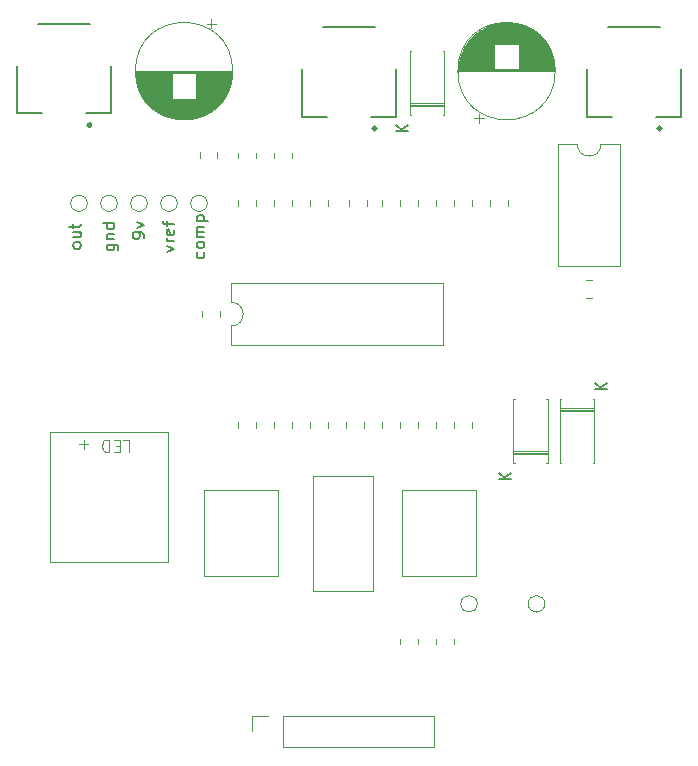
<source format=gbr>
%TF.GenerationSoftware,KiCad,Pcbnew,9.0.0*%
%TF.CreationDate,2025-03-31T20:13:35-04:00*%
%TF.ProjectId,compulator,636f6d70-756c-4617-946f-722e6b696361,rev?*%
%TF.SameCoordinates,Original*%
%TF.FileFunction,Legend,Top*%
%TF.FilePolarity,Positive*%
%FSLAX46Y46*%
G04 Gerber Fmt 4.6, Leading zero omitted, Abs format (unit mm)*
G04 Created by KiCad (PCBNEW 9.0.0) date 2025-03-31 20:13:35*
%MOMM*%
%LPD*%
G01*
G04 APERTURE LIST*
%ADD10C,0.150000*%
%ADD11C,0.100000*%
%ADD12C,0.120000*%
%ADD13C,0.127000*%
%ADD14C,0.300000*%
G04 APERTURE END LIST*
D10*
X222518819Y-90431904D02*
X221518819Y-90431904D01*
X222518819Y-89860476D02*
X221947390Y-90289047D01*
X221518819Y-89860476D02*
X222090247Y-90431904D01*
X185208152Y-78761904D02*
X185874819Y-78523809D01*
X185874819Y-78523809D02*
X185208152Y-78285714D01*
X185874819Y-77904761D02*
X185208152Y-77904761D01*
X185398628Y-77904761D02*
X185303390Y-77857142D01*
X185303390Y-77857142D02*
X185255771Y-77809523D01*
X185255771Y-77809523D02*
X185208152Y-77714285D01*
X185208152Y-77714285D02*
X185208152Y-77619047D01*
X185827200Y-76904761D02*
X185874819Y-76999999D01*
X185874819Y-76999999D02*
X185874819Y-77190475D01*
X185874819Y-77190475D02*
X185827200Y-77285713D01*
X185827200Y-77285713D02*
X185731961Y-77333332D01*
X185731961Y-77333332D02*
X185351009Y-77333332D01*
X185351009Y-77333332D02*
X185255771Y-77285713D01*
X185255771Y-77285713D02*
X185208152Y-77190475D01*
X185208152Y-77190475D02*
X185208152Y-76999999D01*
X185208152Y-76999999D02*
X185255771Y-76904761D01*
X185255771Y-76904761D02*
X185351009Y-76857142D01*
X185351009Y-76857142D02*
X185446247Y-76857142D01*
X185446247Y-76857142D02*
X185541485Y-77333332D01*
X185208152Y-76571427D02*
X185208152Y-76190475D01*
X185874819Y-76428570D02*
X185017676Y-76428570D01*
X185017676Y-76428570D02*
X184922438Y-76380951D01*
X184922438Y-76380951D02*
X184874819Y-76285713D01*
X184874819Y-76285713D02*
X184874819Y-76190475D01*
X180128152Y-78190476D02*
X180937676Y-78190476D01*
X180937676Y-78190476D02*
X181032914Y-78238095D01*
X181032914Y-78238095D02*
X181080533Y-78285714D01*
X181080533Y-78285714D02*
X181128152Y-78380952D01*
X181128152Y-78380952D02*
X181128152Y-78523809D01*
X181128152Y-78523809D02*
X181080533Y-78619047D01*
X180747200Y-78190476D02*
X180794819Y-78285714D01*
X180794819Y-78285714D02*
X180794819Y-78476190D01*
X180794819Y-78476190D02*
X180747200Y-78571428D01*
X180747200Y-78571428D02*
X180699580Y-78619047D01*
X180699580Y-78619047D02*
X180604342Y-78666666D01*
X180604342Y-78666666D02*
X180318628Y-78666666D01*
X180318628Y-78666666D02*
X180223390Y-78619047D01*
X180223390Y-78619047D02*
X180175771Y-78571428D01*
X180175771Y-78571428D02*
X180128152Y-78476190D01*
X180128152Y-78476190D02*
X180128152Y-78285714D01*
X180128152Y-78285714D02*
X180175771Y-78190476D01*
X180128152Y-77714285D02*
X180794819Y-77714285D01*
X180223390Y-77714285D02*
X180175771Y-77666666D01*
X180175771Y-77666666D02*
X180128152Y-77571428D01*
X180128152Y-77571428D02*
X180128152Y-77428571D01*
X180128152Y-77428571D02*
X180175771Y-77333333D01*
X180175771Y-77333333D02*
X180271009Y-77285714D01*
X180271009Y-77285714D02*
X180794819Y-77285714D01*
X180794819Y-76380952D02*
X179794819Y-76380952D01*
X180747200Y-76380952D02*
X180794819Y-76476190D01*
X180794819Y-76476190D02*
X180794819Y-76666666D01*
X180794819Y-76666666D02*
X180747200Y-76761904D01*
X180747200Y-76761904D02*
X180699580Y-76809523D01*
X180699580Y-76809523D02*
X180604342Y-76857142D01*
X180604342Y-76857142D02*
X180318628Y-76857142D01*
X180318628Y-76857142D02*
X180223390Y-76809523D01*
X180223390Y-76809523D02*
X180175771Y-76761904D01*
X180175771Y-76761904D02*
X180128152Y-76666666D01*
X180128152Y-76666666D02*
X180128152Y-76476190D01*
X180128152Y-76476190D02*
X180175771Y-76380952D01*
X188367200Y-78833333D02*
X188414819Y-78928571D01*
X188414819Y-78928571D02*
X188414819Y-79119047D01*
X188414819Y-79119047D02*
X188367200Y-79214285D01*
X188367200Y-79214285D02*
X188319580Y-79261904D01*
X188319580Y-79261904D02*
X188224342Y-79309523D01*
X188224342Y-79309523D02*
X187938628Y-79309523D01*
X187938628Y-79309523D02*
X187843390Y-79261904D01*
X187843390Y-79261904D02*
X187795771Y-79214285D01*
X187795771Y-79214285D02*
X187748152Y-79119047D01*
X187748152Y-79119047D02*
X187748152Y-78928571D01*
X187748152Y-78928571D02*
X187795771Y-78833333D01*
X188414819Y-78261904D02*
X188367200Y-78357142D01*
X188367200Y-78357142D02*
X188319580Y-78404761D01*
X188319580Y-78404761D02*
X188224342Y-78452380D01*
X188224342Y-78452380D02*
X187938628Y-78452380D01*
X187938628Y-78452380D02*
X187843390Y-78404761D01*
X187843390Y-78404761D02*
X187795771Y-78357142D01*
X187795771Y-78357142D02*
X187748152Y-78261904D01*
X187748152Y-78261904D02*
X187748152Y-78119047D01*
X187748152Y-78119047D02*
X187795771Y-78023809D01*
X187795771Y-78023809D02*
X187843390Y-77976190D01*
X187843390Y-77976190D02*
X187938628Y-77928571D01*
X187938628Y-77928571D02*
X188224342Y-77928571D01*
X188224342Y-77928571D02*
X188319580Y-77976190D01*
X188319580Y-77976190D02*
X188367200Y-78023809D01*
X188367200Y-78023809D02*
X188414819Y-78119047D01*
X188414819Y-78119047D02*
X188414819Y-78261904D01*
X188414819Y-77499999D02*
X187748152Y-77499999D01*
X187843390Y-77499999D02*
X187795771Y-77452380D01*
X187795771Y-77452380D02*
X187748152Y-77357142D01*
X187748152Y-77357142D02*
X187748152Y-77214285D01*
X187748152Y-77214285D02*
X187795771Y-77119047D01*
X187795771Y-77119047D02*
X187891009Y-77071428D01*
X187891009Y-77071428D02*
X188414819Y-77071428D01*
X187891009Y-77071428D02*
X187795771Y-77023809D01*
X187795771Y-77023809D02*
X187748152Y-76928571D01*
X187748152Y-76928571D02*
X187748152Y-76785714D01*
X187748152Y-76785714D02*
X187795771Y-76690475D01*
X187795771Y-76690475D02*
X187891009Y-76642856D01*
X187891009Y-76642856D02*
X188414819Y-76642856D01*
X187748152Y-76166666D02*
X188748152Y-76166666D01*
X187795771Y-76166666D02*
X187748152Y-76071428D01*
X187748152Y-76071428D02*
X187748152Y-75880952D01*
X187748152Y-75880952D02*
X187795771Y-75785714D01*
X187795771Y-75785714D02*
X187843390Y-75738095D01*
X187843390Y-75738095D02*
X187938628Y-75690476D01*
X187938628Y-75690476D02*
X188224342Y-75690476D01*
X188224342Y-75690476D02*
X188319580Y-75738095D01*
X188319580Y-75738095D02*
X188367200Y-75785714D01*
X188367200Y-75785714D02*
X188414819Y-75880952D01*
X188414819Y-75880952D02*
X188414819Y-76071428D01*
X188414819Y-76071428D02*
X188367200Y-76166666D01*
D11*
X181559925Y-94695580D02*
X182036115Y-94695580D01*
X182036115Y-94695580D02*
X182036115Y-95695580D01*
X181226591Y-95219390D02*
X180893258Y-95219390D01*
X180750401Y-94695580D02*
X181226591Y-94695580D01*
X181226591Y-94695580D02*
X181226591Y-95695580D01*
X181226591Y-95695580D02*
X180750401Y-95695580D01*
X180321829Y-94695580D02*
X180321829Y-95695580D01*
X180321829Y-95695580D02*
X180083734Y-95695580D01*
X180083734Y-95695580D02*
X179940877Y-95647961D01*
X179940877Y-95647961D02*
X179845639Y-95552723D01*
X179845639Y-95552723D02*
X179798020Y-95457485D01*
X179798020Y-95457485D02*
X179750401Y-95267009D01*
X179750401Y-95267009D02*
X179750401Y-95124152D01*
X179750401Y-95124152D02*
X179798020Y-94933676D01*
X179798020Y-94933676D02*
X179845639Y-94838438D01*
X179845639Y-94838438D02*
X179940877Y-94743200D01*
X179940877Y-94743200D02*
X180083734Y-94695580D01*
X180083734Y-94695580D02*
X180321829Y-94695580D01*
X178559924Y-95076533D02*
X177798020Y-95076533D01*
X178178972Y-94695580D02*
X178178972Y-95457485D01*
D10*
X183334819Y-77571428D02*
X183334819Y-77380952D01*
X183334819Y-77380952D02*
X183287200Y-77285714D01*
X183287200Y-77285714D02*
X183239580Y-77238095D01*
X183239580Y-77238095D02*
X183096723Y-77142857D01*
X183096723Y-77142857D02*
X182906247Y-77095238D01*
X182906247Y-77095238D02*
X182525295Y-77095238D01*
X182525295Y-77095238D02*
X182430057Y-77142857D01*
X182430057Y-77142857D02*
X182382438Y-77190476D01*
X182382438Y-77190476D02*
X182334819Y-77285714D01*
X182334819Y-77285714D02*
X182334819Y-77476190D01*
X182334819Y-77476190D02*
X182382438Y-77571428D01*
X182382438Y-77571428D02*
X182430057Y-77619047D01*
X182430057Y-77619047D02*
X182525295Y-77666666D01*
X182525295Y-77666666D02*
X182763390Y-77666666D01*
X182763390Y-77666666D02*
X182858628Y-77619047D01*
X182858628Y-77619047D02*
X182906247Y-77571428D01*
X182906247Y-77571428D02*
X182953866Y-77476190D01*
X182953866Y-77476190D02*
X182953866Y-77285714D01*
X182953866Y-77285714D02*
X182906247Y-77190476D01*
X182906247Y-77190476D02*
X182858628Y-77142857D01*
X182858628Y-77142857D02*
X182763390Y-77095238D01*
X182668152Y-76761904D02*
X183334819Y-76523809D01*
X183334819Y-76523809D02*
X182668152Y-76285714D01*
X177954819Y-78309523D02*
X177907200Y-78404761D01*
X177907200Y-78404761D02*
X177859580Y-78452380D01*
X177859580Y-78452380D02*
X177764342Y-78499999D01*
X177764342Y-78499999D02*
X177478628Y-78499999D01*
X177478628Y-78499999D02*
X177383390Y-78452380D01*
X177383390Y-78452380D02*
X177335771Y-78404761D01*
X177335771Y-78404761D02*
X177288152Y-78309523D01*
X177288152Y-78309523D02*
X177288152Y-78166666D01*
X177288152Y-78166666D02*
X177335771Y-78071428D01*
X177335771Y-78071428D02*
X177383390Y-78023809D01*
X177383390Y-78023809D02*
X177478628Y-77976190D01*
X177478628Y-77976190D02*
X177764342Y-77976190D01*
X177764342Y-77976190D02*
X177859580Y-78023809D01*
X177859580Y-78023809D02*
X177907200Y-78071428D01*
X177907200Y-78071428D02*
X177954819Y-78166666D01*
X177954819Y-78166666D02*
X177954819Y-78309523D01*
X177288152Y-77119047D02*
X177954819Y-77119047D01*
X177288152Y-77547618D02*
X177811961Y-77547618D01*
X177811961Y-77547618D02*
X177907200Y-77499999D01*
X177907200Y-77499999D02*
X177954819Y-77404761D01*
X177954819Y-77404761D02*
X177954819Y-77261904D01*
X177954819Y-77261904D02*
X177907200Y-77166666D01*
X177907200Y-77166666D02*
X177859580Y-77119047D01*
X177288152Y-76785713D02*
X177288152Y-76404761D01*
X176954819Y-76642856D02*
X177811961Y-76642856D01*
X177811961Y-76642856D02*
X177907200Y-76595237D01*
X177907200Y-76595237D02*
X177954819Y-76499999D01*
X177954819Y-76499999D02*
X177954819Y-76404761D01*
X205618819Y-68587904D02*
X204618819Y-68587904D01*
X205618819Y-68016476D02*
X205047390Y-68445047D01*
X204618819Y-68016476D02*
X205190247Y-68587904D01*
X214378819Y-98051904D02*
X213378819Y-98051904D01*
X214378819Y-97480476D02*
X213807390Y-97909047D01*
X213378819Y-97480476D02*
X213950247Y-98051904D01*
D12*
%TO.C,P1*%
X197612000Y-97731000D02*
X197612000Y-107501000D01*
X202682000Y-97731000D02*
X197612000Y-97731000D01*
X202682000Y-97731000D02*
X202682000Y-107501000D01*
X202682000Y-107501000D02*
X197612000Y-107501000D01*
%TO.C,R15*%
X209577000Y-74428936D02*
X209577000Y-74883064D01*
X211047000Y-74428936D02*
X211047000Y-74883064D01*
%TO.C,R8*%
X200433000Y-93679064D02*
X200433000Y-93224936D01*
X201903000Y-93679064D02*
X201903000Y-93224936D01*
%TO.C,C4*%
X209915000Y-63400000D02*
X218075000Y-63400000D01*
X209915000Y-63440000D02*
X218075000Y-63440000D01*
X209915000Y-63480000D02*
X218075000Y-63480000D01*
X209916000Y-63360000D02*
X218074000Y-63360000D01*
X209918000Y-63320000D02*
X218072000Y-63320000D01*
X209919000Y-63280000D02*
X218071000Y-63280000D01*
X209921000Y-63240000D02*
X212955000Y-63240000D01*
X209924000Y-63200000D02*
X212955000Y-63200000D01*
X209927000Y-63160000D02*
X212955000Y-63160000D01*
X209930000Y-63120000D02*
X212955000Y-63120000D01*
X209934000Y-63080000D02*
X212955000Y-63080000D01*
X209938000Y-63040000D02*
X212955000Y-63040000D01*
X209943000Y-63000000D02*
X212955000Y-63000000D01*
X209947000Y-62960000D02*
X212955000Y-62960000D01*
X209953000Y-62920000D02*
X212955000Y-62920000D01*
X209958000Y-62880000D02*
X212955000Y-62880000D01*
X209965000Y-62840000D02*
X212955000Y-62840000D01*
X209971000Y-62800000D02*
X212955000Y-62800000D01*
X209978000Y-62759000D02*
X212955000Y-62759000D01*
X209985000Y-62719000D02*
X212955000Y-62719000D01*
X209993000Y-62679000D02*
X212955000Y-62679000D01*
X210001000Y-62639000D02*
X212955000Y-62639000D01*
X210010000Y-62599000D02*
X212955000Y-62599000D01*
X210019000Y-62559000D02*
X212955000Y-62559000D01*
X210028000Y-62519000D02*
X212955000Y-62519000D01*
X210038000Y-62479000D02*
X212955000Y-62479000D01*
X210048000Y-62439000D02*
X212955000Y-62439000D01*
X210059000Y-62399000D02*
X212955000Y-62399000D01*
X210070000Y-62359000D02*
X212955000Y-62359000D01*
X210081000Y-62319000D02*
X212955000Y-62319000D01*
X210093000Y-62279000D02*
X212955000Y-62279000D01*
X210106000Y-62239000D02*
X212955000Y-62239000D01*
X210118000Y-62199000D02*
X212955000Y-62199000D01*
X210132000Y-62159000D02*
X212955000Y-62159000D01*
X210145000Y-62119000D02*
X212955000Y-62119000D01*
X210160000Y-62079000D02*
X212955000Y-62079000D01*
X210174000Y-62039000D02*
X212955000Y-62039000D01*
X210190000Y-61999000D02*
X212955000Y-61999000D01*
X210205000Y-61959000D02*
X212955000Y-61959000D01*
X210221000Y-61919000D02*
X212955000Y-61919000D01*
X210238000Y-61879000D02*
X212955000Y-61879000D01*
X210255000Y-61839000D02*
X212955000Y-61839000D01*
X210273000Y-61799000D02*
X212955000Y-61799000D01*
X210291000Y-61759000D02*
X212955000Y-61759000D01*
X210309000Y-61719000D02*
X212955000Y-61719000D01*
X210329000Y-61679000D02*
X212955000Y-61679000D01*
X210348000Y-61639000D02*
X212955000Y-61639000D01*
X210368000Y-61599000D02*
X212955000Y-61599000D01*
X210389000Y-61559000D02*
X212955000Y-61559000D01*
X210411000Y-61519000D02*
X212955000Y-61519000D01*
X210433000Y-61479000D02*
X212955000Y-61479000D01*
X210455000Y-61439000D02*
X212955000Y-61439000D01*
X210478000Y-61399000D02*
X212955000Y-61399000D01*
X210502000Y-61359000D02*
X212955000Y-61359000D01*
X210526000Y-61319000D02*
X212955000Y-61319000D01*
X210551000Y-61279000D02*
X212955000Y-61279000D01*
X210577000Y-61239000D02*
X212955000Y-61239000D01*
X210603000Y-61199000D02*
X212955000Y-61199000D01*
X210630000Y-61159000D02*
X217360000Y-61159000D01*
X210657000Y-61119000D02*
X217333000Y-61119000D01*
X210686000Y-61079000D02*
X217304000Y-61079000D01*
X210715000Y-61039000D02*
X217275000Y-61039000D01*
X210745000Y-60999000D02*
X217245000Y-60999000D01*
X210775000Y-60959000D02*
X217215000Y-60959000D01*
X210806000Y-60919000D02*
X217184000Y-60919000D01*
X210839000Y-60879000D02*
X217151000Y-60879000D01*
X210871000Y-60839000D02*
X217119000Y-60839000D01*
X210905000Y-60799000D02*
X217085000Y-60799000D01*
X210940000Y-60759000D02*
X217050000Y-60759000D01*
X210976000Y-60719000D02*
X217014000Y-60719000D01*
X211012000Y-60679000D02*
X216978000Y-60679000D01*
X211050000Y-60639000D02*
X216940000Y-60639000D01*
X211088000Y-60599000D02*
X216902000Y-60599000D01*
X211128000Y-60559000D02*
X216862000Y-60559000D01*
X211169000Y-60519000D02*
X216821000Y-60519000D01*
X211211000Y-60479000D02*
X216779000Y-60479000D01*
X211254000Y-60439000D02*
X216736000Y-60439000D01*
X211280000Y-67489698D02*
X212080000Y-67489698D01*
X211298000Y-60399000D02*
X216692000Y-60399000D01*
X211344000Y-60359000D02*
X216646000Y-60359000D01*
X211391000Y-60319000D02*
X216599000Y-60319000D01*
X211439000Y-60279000D02*
X216551000Y-60279000D01*
X211490000Y-60239000D02*
X216500000Y-60239000D01*
X211541000Y-60199000D02*
X216449000Y-60199000D01*
X211595000Y-60159000D02*
X216395000Y-60159000D01*
X211650000Y-60119000D02*
X216340000Y-60119000D01*
X211680000Y-67889698D02*
X211680000Y-67089698D01*
X211708000Y-60079000D02*
X216282000Y-60079000D01*
X211767000Y-60039000D02*
X216223000Y-60039000D01*
X211829000Y-59999000D02*
X216161000Y-59999000D01*
X211893000Y-59959000D02*
X216097000Y-59959000D01*
X211961000Y-59919000D02*
X216029000Y-59919000D01*
X212031000Y-59879000D02*
X215959000Y-59879000D01*
X212105000Y-59839000D02*
X215885000Y-59839000D01*
X212182000Y-59799000D02*
X215808000Y-59799000D01*
X212264000Y-59759000D02*
X215726000Y-59759000D01*
X212350000Y-59719000D02*
X215640000Y-59719000D01*
X212443000Y-59679000D02*
X215547000Y-59679000D01*
X212542000Y-59639000D02*
X215448000Y-59639000D01*
X212649000Y-59599000D02*
X215341000Y-59599000D01*
X212766000Y-59559000D02*
X215224000Y-59559000D01*
X212897000Y-59519000D02*
X215093000Y-59519000D01*
X213047000Y-59479000D02*
X214943000Y-59479000D01*
X213227000Y-59439000D02*
X214763000Y-59439000D01*
X213462000Y-59399000D02*
X214528000Y-59399000D01*
X215035000Y-61199000D02*
X217387000Y-61199000D01*
X215035000Y-61239000D02*
X217413000Y-61239000D01*
X215035000Y-61279000D02*
X217439000Y-61279000D01*
X215035000Y-61319000D02*
X217464000Y-61319000D01*
X215035000Y-61359000D02*
X217488000Y-61359000D01*
X215035000Y-61399000D02*
X217512000Y-61399000D01*
X215035000Y-61439000D02*
X217535000Y-61439000D01*
X215035000Y-61479000D02*
X217557000Y-61479000D01*
X215035000Y-61519000D02*
X217579000Y-61519000D01*
X215035000Y-61559000D02*
X217601000Y-61559000D01*
X215035000Y-61599000D02*
X217622000Y-61599000D01*
X215035000Y-61639000D02*
X217642000Y-61639000D01*
X215035000Y-61679000D02*
X217661000Y-61679000D01*
X215035000Y-61719000D02*
X217681000Y-61719000D01*
X215035000Y-61759000D02*
X217699000Y-61759000D01*
X215035000Y-61799000D02*
X217717000Y-61799000D01*
X215035000Y-61839000D02*
X217735000Y-61839000D01*
X215035000Y-61879000D02*
X217752000Y-61879000D01*
X215035000Y-61919000D02*
X217769000Y-61919000D01*
X215035000Y-61959000D02*
X217785000Y-61959000D01*
X215035000Y-61999000D02*
X217800000Y-61999000D01*
X215035000Y-62039000D02*
X217816000Y-62039000D01*
X215035000Y-62079000D02*
X217830000Y-62079000D01*
X215035000Y-62119000D02*
X217845000Y-62119000D01*
X215035000Y-62159000D02*
X217858000Y-62159000D01*
X215035000Y-62199000D02*
X217872000Y-62199000D01*
X215035000Y-62239000D02*
X217884000Y-62239000D01*
X215035000Y-62279000D02*
X217897000Y-62279000D01*
X215035000Y-62319000D02*
X217909000Y-62319000D01*
X215035000Y-62359000D02*
X217920000Y-62359000D01*
X215035000Y-62399000D02*
X217931000Y-62399000D01*
X215035000Y-62439000D02*
X217942000Y-62439000D01*
X215035000Y-62479000D02*
X217952000Y-62479000D01*
X215035000Y-62519000D02*
X217962000Y-62519000D01*
X215035000Y-62559000D02*
X217971000Y-62559000D01*
X215035000Y-62599000D02*
X217980000Y-62599000D01*
X215035000Y-62639000D02*
X217989000Y-62639000D01*
X215035000Y-62679000D02*
X217997000Y-62679000D01*
X215035000Y-62719000D02*
X218005000Y-62719000D01*
X215035000Y-62759000D02*
X218012000Y-62759000D01*
X215035000Y-62800000D02*
X218019000Y-62800000D01*
X215035000Y-62840000D02*
X218025000Y-62840000D01*
X215035000Y-62880000D02*
X218032000Y-62880000D01*
X215035000Y-62920000D02*
X218037000Y-62920000D01*
X215035000Y-62960000D02*
X218043000Y-62960000D01*
X215035000Y-63000000D02*
X218047000Y-63000000D01*
X215035000Y-63040000D02*
X218052000Y-63040000D01*
X215035000Y-63080000D02*
X218056000Y-63080000D01*
X215035000Y-63120000D02*
X218060000Y-63120000D01*
X215035000Y-63160000D02*
X218063000Y-63160000D01*
X215035000Y-63200000D02*
X218066000Y-63200000D01*
X215035000Y-63240000D02*
X218069000Y-63240000D01*
X218115000Y-63480000D02*
G75*
G02*
X209875000Y-63480000I-4120000J0D01*
G01*
X209875000Y-63480000D02*
G75*
G02*
X218115000Y-63480000I4120000J0D01*
G01*
%TO.C,D3*%
X218494000Y-91260000D02*
X218494000Y-96700000D01*
X218494000Y-96700000D02*
X218624000Y-96700000D01*
X218624000Y-91260000D02*
X218494000Y-91260000D01*
X221304000Y-91260000D02*
X221434000Y-91260000D01*
X221434000Y-91260000D02*
X221434000Y-96700000D01*
X221434000Y-92040000D02*
X218494000Y-92040000D01*
X221434000Y-92160000D02*
X218494000Y-92160000D01*
X221434000Y-92280000D02*
X218494000Y-92280000D01*
X221434000Y-96700000D02*
X221304000Y-96700000D01*
%TO.C,C3*%
X185650000Y-63720000D02*
X182616000Y-63720000D01*
X185650000Y-63760000D02*
X182619000Y-63760000D01*
X185650000Y-63800000D02*
X182622000Y-63800000D01*
X185650000Y-63840000D02*
X182625000Y-63840000D01*
X185650000Y-63880000D02*
X182629000Y-63880000D01*
X185650000Y-63920000D02*
X182633000Y-63920000D01*
X185650000Y-63960000D02*
X182638000Y-63960000D01*
X185650000Y-64000000D02*
X182642000Y-64000000D01*
X185650000Y-64040000D02*
X182648000Y-64040000D01*
X185650000Y-64080000D02*
X182653000Y-64080000D01*
X185650000Y-64120000D02*
X182660000Y-64120000D01*
X185650000Y-64160000D02*
X182666000Y-64160000D01*
X185650000Y-64201000D02*
X182673000Y-64201000D01*
X185650000Y-64241000D02*
X182680000Y-64241000D01*
X185650000Y-64281000D02*
X182688000Y-64281000D01*
X185650000Y-64321000D02*
X182696000Y-64321000D01*
X185650000Y-64361000D02*
X182705000Y-64361000D01*
X185650000Y-64401000D02*
X182714000Y-64401000D01*
X185650000Y-64441000D02*
X182723000Y-64441000D01*
X185650000Y-64481000D02*
X182733000Y-64481000D01*
X185650000Y-64521000D02*
X182743000Y-64521000D01*
X185650000Y-64561000D02*
X182754000Y-64561000D01*
X185650000Y-64601000D02*
X182765000Y-64601000D01*
X185650000Y-64641000D02*
X182776000Y-64641000D01*
X185650000Y-64681000D02*
X182788000Y-64681000D01*
X185650000Y-64721000D02*
X182801000Y-64721000D01*
X185650000Y-64761000D02*
X182813000Y-64761000D01*
X185650000Y-64801000D02*
X182827000Y-64801000D01*
X185650000Y-64841000D02*
X182840000Y-64841000D01*
X185650000Y-64881000D02*
X182855000Y-64881000D01*
X185650000Y-64921000D02*
X182869000Y-64921000D01*
X185650000Y-64961000D02*
X182885000Y-64961000D01*
X185650000Y-65001000D02*
X182900000Y-65001000D01*
X185650000Y-65041000D02*
X182916000Y-65041000D01*
X185650000Y-65081000D02*
X182933000Y-65081000D01*
X185650000Y-65121000D02*
X182950000Y-65121000D01*
X185650000Y-65161000D02*
X182968000Y-65161000D01*
X185650000Y-65201000D02*
X182986000Y-65201000D01*
X185650000Y-65241000D02*
X183004000Y-65241000D01*
X185650000Y-65281000D02*
X183024000Y-65281000D01*
X185650000Y-65321000D02*
X183043000Y-65321000D01*
X185650000Y-65361000D02*
X183063000Y-65361000D01*
X185650000Y-65401000D02*
X183084000Y-65401000D01*
X185650000Y-65441000D02*
X183106000Y-65441000D01*
X185650000Y-65481000D02*
X183128000Y-65481000D01*
X185650000Y-65521000D02*
X183150000Y-65521000D01*
X185650000Y-65561000D02*
X183173000Y-65561000D01*
X185650000Y-65601000D02*
X183197000Y-65601000D01*
X185650000Y-65641000D02*
X183221000Y-65641000D01*
X185650000Y-65681000D02*
X183246000Y-65681000D01*
X185650000Y-65721000D02*
X183272000Y-65721000D01*
X185650000Y-65761000D02*
X183298000Y-65761000D01*
X187223000Y-67561000D02*
X186157000Y-67561000D01*
X187458000Y-67521000D02*
X185922000Y-67521000D01*
X187638000Y-67481000D02*
X185742000Y-67481000D01*
X187788000Y-67441000D02*
X185592000Y-67441000D01*
X187919000Y-67401000D02*
X185461000Y-67401000D01*
X188036000Y-67361000D02*
X185344000Y-67361000D01*
X188143000Y-67321000D02*
X185237000Y-67321000D01*
X188242000Y-67281000D02*
X185138000Y-67281000D01*
X188335000Y-67241000D02*
X185045000Y-67241000D01*
X188421000Y-67201000D02*
X184959000Y-67201000D01*
X188503000Y-67161000D02*
X184877000Y-67161000D01*
X188580000Y-67121000D02*
X184800000Y-67121000D01*
X188654000Y-67081000D02*
X184726000Y-67081000D01*
X188724000Y-67041000D02*
X184656000Y-67041000D01*
X188792000Y-67001000D02*
X184588000Y-67001000D01*
X188856000Y-66961000D02*
X184524000Y-66961000D01*
X188918000Y-66921000D02*
X184462000Y-66921000D01*
X188977000Y-66881000D02*
X184403000Y-66881000D01*
X189005000Y-59070302D02*
X189005000Y-59870302D01*
X189035000Y-66841000D02*
X184345000Y-66841000D01*
X189090000Y-66801000D02*
X184290000Y-66801000D01*
X189144000Y-66761000D02*
X184236000Y-66761000D01*
X189195000Y-66721000D02*
X184185000Y-66721000D01*
X189246000Y-66681000D02*
X184134000Y-66681000D01*
X189294000Y-66641000D02*
X184086000Y-66641000D01*
X189341000Y-66601000D02*
X184039000Y-66601000D01*
X189387000Y-66561000D02*
X183993000Y-66561000D01*
X189405000Y-59470302D02*
X188605000Y-59470302D01*
X189431000Y-66521000D02*
X183949000Y-66521000D01*
X189474000Y-66481000D02*
X183906000Y-66481000D01*
X189516000Y-66441000D02*
X183864000Y-66441000D01*
X189557000Y-66401000D02*
X183823000Y-66401000D01*
X189597000Y-66361000D02*
X183783000Y-66361000D01*
X189635000Y-66321000D02*
X183745000Y-66321000D01*
X189673000Y-66281000D02*
X183707000Y-66281000D01*
X189709000Y-66241000D02*
X183671000Y-66241000D01*
X189745000Y-66201000D02*
X183635000Y-66201000D01*
X189780000Y-66161000D02*
X183600000Y-66161000D01*
X189814000Y-66121000D02*
X183566000Y-66121000D01*
X189846000Y-66081000D02*
X183534000Y-66081000D01*
X189879000Y-66041000D02*
X183501000Y-66041000D01*
X189910000Y-66001000D02*
X183470000Y-66001000D01*
X189940000Y-65961000D02*
X183440000Y-65961000D01*
X189970000Y-65921000D02*
X183410000Y-65921000D01*
X189999000Y-65881000D02*
X183381000Y-65881000D01*
X190028000Y-65841000D02*
X183352000Y-65841000D01*
X190055000Y-65801000D02*
X183325000Y-65801000D01*
X190082000Y-65761000D02*
X187730000Y-65761000D01*
X190108000Y-65721000D02*
X187730000Y-65721000D01*
X190134000Y-65681000D02*
X187730000Y-65681000D01*
X190159000Y-65641000D02*
X187730000Y-65641000D01*
X190183000Y-65601000D02*
X187730000Y-65601000D01*
X190207000Y-65561000D02*
X187730000Y-65561000D01*
X190230000Y-65521000D02*
X187730000Y-65521000D01*
X190252000Y-65481000D02*
X187730000Y-65481000D01*
X190274000Y-65441000D02*
X187730000Y-65441000D01*
X190296000Y-65401000D02*
X187730000Y-65401000D01*
X190317000Y-65361000D02*
X187730000Y-65361000D01*
X190337000Y-65321000D02*
X187730000Y-65321000D01*
X190356000Y-65281000D02*
X187730000Y-65281000D01*
X190376000Y-65241000D02*
X187730000Y-65241000D01*
X190394000Y-65201000D02*
X187730000Y-65201000D01*
X190412000Y-65161000D02*
X187730000Y-65161000D01*
X190430000Y-65121000D02*
X187730000Y-65121000D01*
X190447000Y-65081000D02*
X187730000Y-65081000D01*
X190464000Y-65041000D02*
X187730000Y-65041000D01*
X190480000Y-65001000D02*
X187730000Y-65001000D01*
X190495000Y-64961000D02*
X187730000Y-64961000D01*
X190511000Y-64921000D02*
X187730000Y-64921000D01*
X190525000Y-64881000D02*
X187730000Y-64881000D01*
X190540000Y-64841000D02*
X187730000Y-64841000D01*
X190553000Y-64801000D02*
X187730000Y-64801000D01*
X190567000Y-64761000D02*
X187730000Y-64761000D01*
X190579000Y-64721000D02*
X187730000Y-64721000D01*
X190592000Y-64681000D02*
X187730000Y-64681000D01*
X190604000Y-64641000D02*
X187730000Y-64641000D01*
X190615000Y-64601000D02*
X187730000Y-64601000D01*
X190626000Y-64561000D02*
X187730000Y-64561000D01*
X190637000Y-64521000D02*
X187730000Y-64521000D01*
X190647000Y-64481000D02*
X187730000Y-64481000D01*
X190657000Y-64441000D02*
X187730000Y-64441000D01*
X190666000Y-64401000D02*
X187730000Y-64401000D01*
X190675000Y-64361000D02*
X187730000Y-64361000D01*
X190684000Y-64321000D02*
X187730000Y-64321000D01*
X190692000Y-64281000D02*
X187730000Y-64281000D01*
X190700000Y-64241000D02*
X187730000Y-64241000D01*
X190707000Y-64201000D02*
X187730000Y-64201000D01*
X190714000Y-64160000D02*
X187730000Y-64160000D01*
X190720000Y-64120000D02*
X187730000Y-64120000D01*
X190727000Y-64080000D02*
X187730000Y-64080000D01*
X190732000Y-64040000D02*
X187730000Y-64040000D01*
X190738000Y-64000000D02*
X187730000Y-64000000D01*
X190742000Y-63960000D02*
X187730000Y-63960000D01*
X190747000Y-63920000D02*
X187730000Y-63920000D01*
X190751000Y-63880000D02*
X187730000Y-63880000D01*
X190755000Y-63840000D02*
X187730000Y-63840000D01*
X190758000Y-63800000D02*
X187730000Y-63800000D01*
X190761000Y-63760000D02*
X187730000Y-63760000D01*
X190764000Y-63720000D02*
X187730000Y-63720000D01*
X190766000Y-63680000D02*
X182614000Y-63680000D01*
X190767000Y-63640000D02*
X182613000Y-63640000D01*
X190769000Y-63600000D02*
X182611000Y-63600000D01*
X190770000Y-63480000D02*
X182610000Y-63480000D01*
X190770000Y-63520000D02*
X182610000Y-63520000D01*
X190770000Y-63560000D02*
X182610000Y-63560000D01*
X190810000Y-63480000D02*
G75*
G02*
X182570000Y-63480000I-4120000J0D01*
G01*
X182570000Y-63480000D02*
G75*
G02*
X190810000Y-63480000I4120000J0D01*
G01*
%TO.C,TP5*%
X186120000Y-74676000D02*
G75*
G02*
X184720000Y-74676000I-700000J0D01*
G01*
X184720000Y-74676000D02*
G75*
G02*
X186120000Y-74676000I700000J0D01*
G01*
%TO.C,R4*%
X205005000Y-111987064D02*
X205005000Y-111532936D01*
X206475000Y-111987064D02*
X206475000Y-111532936D01*
%TO.C,C8*%
X220718748Y-81180000D02*
X221241252Y-81180000D01*
X220718748Y-82650000D02*
X221241252Y-82650000D01*
%TO.C,R7*%
X197385000Y-93679064D02*
X197385000Y-93224936D01*
X198855000Y-93679064D02*
X198855000Y-93224936D01*
%TO.C,TP7*%
X181040000Y-74676000D02*
G75*
G02*
X179640000Y-74676000I-700000J0D01*
G01*
X179640000Y-74676000D02*
G75*
G02*
X181040000Y-74676000I700000J0D01*
G01*
%TO.C,TP1*%
X217235000Y-108585000D02*
G75*
G02*
X215835000Y-108585000I-700000J0D01*
G01*
X215835000Y-108585000D02*
G75*
G02*
X217235000Y-108585000I700000J0D01*
G01*
%TO.C,C5*%
X188396000Y-98976000D02*
X194636000Y-98976000D01*
X188396000Y-106216000D02*
X188396000Y-98976000D01*
X188396000Y-106216000D02*
X194636000Y-106216000D01*
X194636000Y-106216000D02*
X194636000Y-98976000D01*
%TO.C,R16*%
X212625000Y-74883064D02*
X212625000Y-74428936D01*
X214095000Y-74883064D02*
X214095000Y-74428936D01*
%TO.C,R9*%
X203481000Y-93224936D02*
X203481000Y-93679064D01*
X204951000Y-93224936D02*
X204951000Y-93679064D01*
%TO.C,R3*%
X194337000Y-70839064D02*
X194337000Y-70384936D01*
X195807000Y-70839064D02*
X195807000Y-70384936D01*
%TO.C,R2*%
X191289000Y-70384936D02*
X191289000Y-70839064D01*
X192759000Y-70384936D02*
X192759000Y-70839064D01*
%TO.C,U4*%
X190694000Y-81404000D02*
X190694000Y-83054000D01*
X190694000Y-85054000D02*
X190694000Y-86704000D01*
X190694000Y-86704000D02*
X208594000Y-86704000D01*
X208594000Y-81404000D02*
X190694000Y-81404000D01*
X208594000Y-86704000D02*
X208594000Y-81404000D01*
X190694000Y-83054000D02*
G75*
G02*
X190694000Y-85054000I0J-1000000D01*
G01*
%TO.C,R6*%
X191289000Y-93224936D02*
X191289000Y-93679064D01*
X192759000Y-93224936D02*
X192759000Y-93679064D01*
%TO.C,R13*%
X197385000Y-74883064D02*
X197385000Y-74428936D01*
X198855000Y-74883064D02*
X198855000Y-74428936D01*
%TO.C,U1*%
X218340000Y-69673000D02*
X218340000Y-79953000D01*
X218340000Y-79953000D02*
X223640000Y-79953000D01*
X219990000Y-69673000D02*
X218340000Y-69673000D01*
X223640000Y-69673000D02*
X221990000Y-69673000D01*
X223640000Y-79953000D02*
X223640000Y-69673000D01*
X221990000Y-69673000D02*
G75*
G02*
X219990000Y-69673000I-1000000J0D01*
G01*
D13*
%TO.C,J2*%
X172580000Y-63060000D02*
X172580000Y-67060000D01*
X172580000Y-67060000D02*
X174630000Y-67060000D01*
X178430000Y-67060000D02*
X180480000Y-67060000D01*
X178730000Y-59460000D02*
X174330000Y-59460000D01*
X180480000Y-67060000D02*
X180480000Y-63060000D01*
D14*
X178780000Y-68060000D02*
G75*
G02*
X178580000Y-68060000I-100000J0D01*
G01*
X178580000Y-68060000D02*
G75*
G02*
X178780000Y-68060000I100000J0D01*
G01*
D12*
%TO.C,C6*%
X205160000Y-98976000D02*
X211400000Y-98976000D01*
X205160000Y-106216000D02*
X205160000Y-98976000D01*
X205160000Y-106216000D02*
X211400000Y-106216000D01*
X211400000Y-106216000D02*
X211400000Y-98976000D01*
D13*
%TO.C,J1*%
X196710000Y-63335000D02*
X196710000Y-67335000D01*
X196710000Y-67335000D02*
X198760000Y-67335000D01*
X202560000Y-67335000D02*
X204610000Y-67335000D01*
X202860000Y-59735000D02*
X198460000Y-59735000D01*
X204610000Y-67335000D02*
X204610000Y-63335000D01*
D14*
X202910000Y-68335000D02*
G75*
G02*
X202710000Y-68335000I-100000J0D01*
G01*
X202710000Y-68335000D02*
G75*
G02*
X202910000Y-68335000I100000J0D01*
G01*
D13*
%TO.C,J3*%
X220840000Y-63335000D02*
X220840000Y-67335000D01*
X220840000Y-67335000D02*
X222890000Y-67335000D01*
X226690000Y-67335000D02*
X228740000Y-67335000D01*
X226990000Y-59735000D02*
X222590000Y-59735000D01*
X228740000Y-67335000D02*
X228740000Y-63335000D01*
D14*
X227040000Y-68335000D02*
G75*
G02*
X226840000Y-68335000I-100000J0D01*
G01*
X226840000Y-68335000D02*
G75*
G02*
X227040000Y-68335000I100000J0D01*
G01*
D12*
%TO.C,C1*%
X188053000Y-70350748D02*
X188053000Y-70873252D01*
X189523000Y-70350748D02*
X189523000Y-70873252D01*
%TO.C,TP4*%
X188660000Y-74676000D02*
G75*
G02*
X187260000Y-74676000I-700000J0D01*
G01*
X187260000Y-74676000D02*
G75*
G02*
X188660000Y-74676000I700000J0D01*
G01*
%TO.C,R14*%
X206529000Y-74883064D02*
X206529000Y-74428936D01*
X207999000Y-74883064D02*
X207999000Y-74428936D01*
%TO.C,LDR1*%
D11*
X185340000Y-105068000D02*
X175340000Y-105068000D01*
X175340000Y-94068000D01*
X185340000Y-94068000D01*
X185340000Y-105068000D01*
D12*
%TO.C,TP6*%
X183580000Y-74676000D02*
G75*
G02*
X182180000Y-74676000I-700000J0D01*
G01*
X182180000Y-74676000D02*
G75*
G02*
X183580000Y-74676000I700000J0D01*
G01*
%TO.C,R1*%
X208053000Y-111532936D02*
X208053000Y-111987064D01*
X209523000Y-111532936D02*
X209523000Y-111987064D01*
%TO.C,R17*%
X203481000Y-74428936D02*
X203481000Y-74883064D01*
X204951000Y-74428936D02*
X204951000Y-74883064D01*
%TO.C,R19*%
X194337000Y-74883064D02*
X194337000Y-74428936D01*
X195807000Y-74883064D02*
X195807000Y-74428936D01*
%TO.C,R18*%
X191289000Y-74883064D02*
X191289000Y-74428936D01*
X192759000Y-74883064D02*
X192759000Y-74428936D01*
%TO.C,TP2*%
X211520000Y-108585000D02*
G75*
G02*
X210120000Y-108585000I-700000J0D01*
G01*
X210120000Y-108585000D02*
G75*
G02*
X211520000Y-108585000I700000J0D01*
G01*
%TO.C,TP3*%
X178500000Y-74676000D02*
G75*
G02*
X177100000Y-74676000I-700000J0D01*
G01*
X177100000Y-74676000D02*
G75*
G02*
X178500000Y-74676000I700000J0D01*
G01*
%TO.C,D1*%
X205794000Y-61796000D02*
X205924000Y-61796000D01*
X205794000Y-66216000D02*
X208734000Y-66216000D01*
X205794000Y-66336000D02*
X208734000Y-66336000D01*
X205794000Y-66456000D02*
X208734000Y-66456000D01*
X205794000Y-67236000D02*
X205794000Y-61796000D01*
X205924000Y-67236000D02*
X205794000Y-67236000D01*
X208604000Y-67236000D02*
X208734000Y-67236000D01*
X208734000Y-61796000D02*
X208604000Y-61796000D01*
X208734000Y-67236000D02*
X208734000Y-61796000D01*
%TO.C,C7*%
X188241000Y-83792748D02*
X188241000Y-84315252D01*
X189711000Y-83792748D02*
X189711000Y-84315252D01*
%TO.C,D4*%
X214554000Y-91260000D02*
X214684000Y-91260000D01*
X214554000Y-95680000D02*
X217494000Y-95680000D01*
X214554000Y-95800000D02*
X217494000Y-95800000D01*
X214554000Y-95920000D02*
X217494000Y-95920000D01*
X214554000Y-96700000D02*
X214554000Y-91260000D01*
X214684000Y-96700000D02*
X214554000Y-96700000D01*
X217364000Y-96700000D02*
X217494000Y-96700000D01*
X217494000Y-91260000D02*
X217364000Y-91260000D01*
X217494000Y-96700000D02*
X217494000Y-91260000D01*
%TO.C,R12*%
X200687000Y-74883064D02*
X200687000Y-74428936D01*
X202157000Y-74883064D02*
X202157000Y-74428936D01*
%TO.C,R11*%
X206529000Y-93224936D02*
X206529000Y-93679064D01*
X207999000Y-93224936D02*
X207999000Y-93679064D01*
%TO.C,J4*%
X192472000Y-118050000D02*
X193802000Y-118050000D01*
X192472000Y-119380000D02*
X192472000Y-118050000D01*
X195072000Y-118050000D02*
X207832000Y-118050000D01*
X195072000Y-120710000D02*
X195072000Y-118050000D01*
X195072000Y-120710000D02*
X207832000Y-120710000D01*
X207832000Y-120710000D02*
X207832000Y-118050000D01*
%TO.C,R10*%
X209577000Y-93679064D02*
X209577000Y-93224936D01*
X211047000Y-93679064D02*
X211047000Y-93224936D01*
%TO.C,R5*%
X194337000Y-93224936D02*
X194337000Y-93679064D01*
X195807000Y-93224936D02*
X195807000Y-93679064D01*
%TD*%
M02*

</source>
